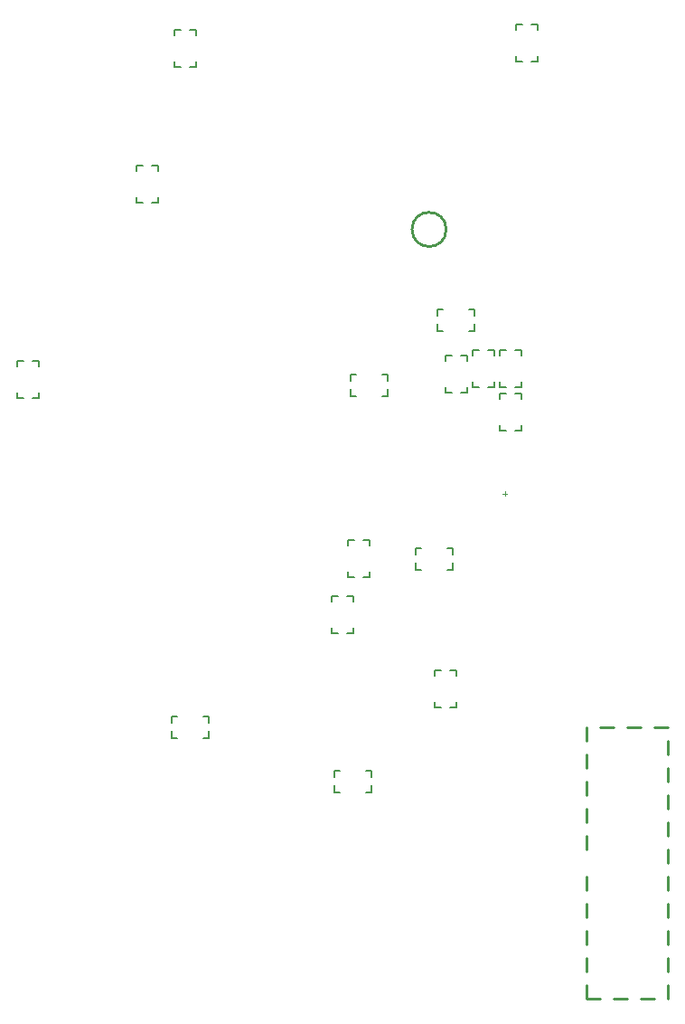
<source format=gm1>
%FSLAX24Y24*%
%MOIN*%
G70*
G01*
G75*
G04 Layer_Color=16711935*
%ADD10C,0.0060*%
%ADD11C,0.0100*%
%ADD12R,0.0374X0.0394*%
%ADD13R,0.0394X0.0374*%
%ADD14R,0.0870X0.0240*%
%ADD15R,0.2677X0.2717*%
%ADD16R,0.0374X0.0748*%
%ADD17R,0.0374X0.0945*%
%ADD18R,0.1299X0.0945*%
%ADD19R,0.0430X0.0390*%
%ADD20R,0.0492X0.0669*%
%ADD21R,0.0709X0.1417*%
%ADD22R,0.0620X0.0500*%
%ADD23R,0.0390X0.0430*%
%ADD24R,0.0354X0.0433*%
%ADD25R,0.1299X0.0945*%
%ADD26R,0.0433X0.0354*%
%ADD27R,0.0787X0.0787*%
%ADD28R,0.0787X0.0787*%
%ADD29O,0.0079X0.0295*%
%ADD30O,0.0295X0.0079*%
%ADD31R,0.0669X0.0492*%
%ADD32C,0.0080*%
%ADD33C,0.0200*%
%ADD34C,0.0300*%
%ADD35C,0.0050*%
%ADD36C,0.0039*%
%ADD37C,0.0600*%
%ADD38O,0.1000X0.0700*%
%ADD39R,0.4000X0.4300*%
%ADD40O,0.0700X0.1000*%
%ADD41R,0.0700X0.1000*%
%ADD42O,0.0700X0.1000*%
%ADD43R,0.0700X0.1000*%
%ADD44R,0.0700X0.1300*%
%ADD45O,0.0700X0.1300*%
%ADD46C,0.0800*%
%ADD47O,0.1300X0.0700*%
%ADD48R,0.1300X0.0700*%
%ADD49R,0.0394X0.0394*%
%ADD50C,0.0394*%
%ADD51C,0.0500*%
%ADD52C,0.0260*%
%ADD53C,0.0098*%
%ADD54C,0.0079*%
%ADD55C,0.0070*%
%ADD56R,0.0669X0.0669*%
%ADD57R,0.0669X0.0669*%
%ADD58R,0.0454X0.0474*%
%ADD59R,0.0474X0.0454*%
%ADD60R,0.0950X0.0320*%
%ADD61R,0.2757X0.2797*%
%ADD62R,0.0454X0.0828*%
%ADD63R,0.0454X0.1025*%
%ADD64R,0.1379X0.1025*%
%ADD65R,0.0510X0.0470*%
%ADD66R,0.0572X0.0749*%
%ADD67R,0.0789X0.1497*%
%ADD68R,0.0700X0.0580*%
%ADD69R,0.0470X0.0510*%
%ADD70R,0.0434X0.0513*%
%ADD71R,0.1379X0.1025*%
%ADD72R,0.0513X0.0434*%
%ADD73O,0.0159X0.0375*%
%ADD74O,0.0375X0.0159*%
%ADD75R,0.0749X0.0572*%
%ADD76C,0.1650*%
%ADD77O,0.1080X0.0780*%
%ADD78R,0.4080X0.4380*%
%ADD79O,0.0780X0.1080*%
%ADD80R,0.0780X0.1080*%
%ADD81O,0.0780X0.1080*%
%ADD82R,0.0780X0.1080*%
%ADD83R,0.0780X0.1380*%
%ADD84O,0.0780X0.1380*%
%ADD85C,0.0880*%
%ADD86O,0.1380X0.0780*%
%ADD87R,0.1380X0.0780*%
%ADD88R,0.0474X0.0474*%
%ADD89C,0.0474*%
%ADD90C,0.0580*%
%ADD91C,0.0340*%
D11*
X-6770Y29920D02*
G03*
X-6770Y29920I-630J0D01*
G01*
X-1600Y2590D02*
Y3090D01*
Y1590D02*
X-1100D01*
X-1600D02*
Y2090D01*
Y5590D02*
Y6090D01*
Y4590D02*
Y5090D01*
Y8090D02*
Y8590D01*
Y7090D02*
Y7590D01*
Y11090D02*
Y11590D01*
Y10090D02*
Y10590D01*
X1400Y2590D02*
Y3090D01*
Y1590D02*
Y2090D01*
X400Y1590D02*
X900D01*
X1400Y5590D02*
Y6090D01*
Y4590D02*
Y5090D01*
Y8590D02*
Y9090D01*
Y7590D02*
Y8090D01*
X900Y11590D02*
X1400D01*
X-100D02*
X400D01*
X1400Y10590D02*
Y11090D01*
X-1600Y3590D02*
Y4090D01*
Y9090D02*
Y9590D01*
X1400Y3590D02*
Y4090D01*
Y6590D02*
Y7090D01*
Y9590D02*
Y10090D01*
X-600Y1590D02*
X-100D01*
X-1100Y11590D02*
X-600D01*
X-6770Y29920D02*
G03*
X-6770Y29920I-630J0D01*
G01*
X-1600Y2590D02*
Y3090D01*
Y1590D02*
X-1100D01*
X-1600D02*
Y2090D01*
Y5590D02*
Y6090D01*
Y4590D02*
Y5090D01*
Y8090D02*
Y8590D01*
Y7090D02*
Y7590D01*
Y11090D02*
Y11590D01*
Y10090D02*
Y10590D01*
X1400Y2590D02*
Y3090D01*
Y1590D02*
Y2090D01*
X400Y1590D02*
X900D01*
X1400Y5590D02*
Y6090D01*
Y4590D02*
Y5090D01*
Y8590D02*
Y9090D01*
Y7590D02*
Y8090D01*
X900Y11590D02*
X1400D01*
X-100D02*
X400D01*
X1400Y10590D02*
Y11090D01*
X-1600Y3590D02*
Y4090D01*
Y9090D02*
Y9590D01*
X1400Y3590D02*
Y4090D01*
Y6590D02*
Y7090D01*
Y9590D02*
Y10090D01*
X-600Y1590D02*
X-100D01*
X-1100Y11590D02*
X-600D01*
D35*
X-3400Y36110D02*
Y36310D01*
X-3640Y36110D02*
X-3400D01*
X-4200D02*
Y36310D01*
Y36110D02*
X-3960D01*
X-3400Y37270D02*
Y37470D01*
X-3640D02*
X-3400D01*
X-4200Y37270D02*
Y37470D01*
X-3960D01*
X-10880Y9190D02*
X-10680D01*
X-10880D02*
Y9430D01*
Y9990D02*
X-10680D01*
X-10880Y9750D02*
Y9990D01*
X-9720Y9190D02*
X-9520D01*
Y9430D01*
X-9720Y9990D02*
X-9520D01*
Y9750D02*
Y9990D01*
X-16880Y11190D02*
X-16680D01*
X-16880D02*
Y11430D01*
Y11990D02*
X-16680D01*
X-16880Y11750D02*
Y11990D01*
X-15720Y11190D02*
X-15520D01*
Y11430D01*
X-15720Y11990D02*
X-15520D01*
Y11750D02*
Y11990D01*
X-7080Y26190D02*
X-6880D01*
X-7080D02*
Y26430D01*
Y26990D02*
X-6880D01*
X-7080Y26750D02*
Y26990D01*
X-5920Y26190D02*
X-5720D01*
Y26430D01*
X-5920Y26990D02*
X-5720D01*
Y26750D02*
Y26990D01*
X-6000Y23910D02*
Y24110D01*
X-6240Y23910D02*
X-6000D01*
X-6800D02*
Y24110D01*
Y23910D02*
X-6560D01*
X-6000Y25070D02*
Y25270D01*
X-6240D02*
X-6000D01*
X-6800Y25070D02*
Y25270D01*
X-6560D01*
X-6400Y12310D02*
Y12510D01*
X-6640Y12310D02*
X-6400D01*
X-7200D02*
Y12510D01*
Y12310D02*
X-6960D01*
X-6400Y13470D02*
Y13670D01*
X-6640D02*
X-6400D01*
X-7200Y13470D02*
Y13670D01*
X-6960D01*
X-4000Y22510D02*
Y22710D01*
X-4240Y22510D02*
X-4000D01*
X-4800D02*
Y22710D01*
Y22510D02*
X-4560D01*
X-4000Y23670D02*
Y23870D01*
X-4240D02*
X-4000D01*
X-4800Y23670D02*
Y23870D01*
X-4560D01*
X-4800Y25270D02*
Y25470D01*
X-4560D01*
X-4000Y25270D02*
Y25470D01*
X-4240D02*
X-4000D01*
X-4800Y24110D02*
Y24310D01*
Y24110D02*
X-4560D01*
X-4000D02*
Y24310D01*
X-4240Y24110D02*
X-4000D01*
X-10200Y15050D02*
Y15250D01*
X-10440Y15050D02*
X-10200D01*
X-11000D02*
Y15250D01*
Y15050D02*
X-10760D01*
X-10200Y16210D02*
Y16410D01*
X-10440D02*
X-10200D01*
X-11000Y16210D02*
Y16410D01*
X-10760D01*
X-5000Y24110D02*
Y24310D01*
X-5240Y24110D02*
X-5000D01*
X-5800D02*
Y24310D01*
Y24110D02*
X-5560D01*
X-5000Y25270D02*
Y25470D01*
X-5240D02*
X-5000D01*
X-5800Y25270D02*
Y25470D01*
X-5560D01*
X-6720Y18190D02*
X-6520D01*
Y17950D02*
Y18190D01*
X-6720Y17390D02*
X-6520D01*
Y17630D01*
X-7880Y18190D02*
X-7680D01*
X-7880Y17950D02*
Y18190D01*
Y17390D02*
X-7680D01*
X-7880D02*
Y17630D01*
X-9600Y17110D02*
Y17310D01*
X-9840Y17110D02*
X-9600D01*
X-10400D02*
Y17310D01*
Y17110D02*
X-10160D01*
X-9600Y18270D02*
Y18470D01*
X-9840D02*
X-9600D01*
X-10400Y18270D02*
Y18470D01*
X-10160D01*
X-10280Y23790D02*
X-10080D01*
X-10280D02*
Y24030D01*
Y24590D02*
X-10080D01*
X-10280Y24350D02*
Y24590D01*
X-9120Y23790D02*
X-8920D01*
Y24030D01*
X-9120Y24590D02*
X-8920D01*
Y24350D02*
Y24590D01*
X-17400Y30910D02*
Y31110D01*
X-17640Y30910D02*
X-17400D01*
X-18200D02*
Y31110D01*
Y30910D02*
X-17960D01*
X-17400Y32070D02*
Y32270D01*
X-17640D02*
X-17400D01*
X-18200Y32070D02*
Y32270D01*
X-17960D01*
X-22600Y24870D02*
Y25070D01*
X-22360D01*
X-21800Y24870D02*
Y25070D01*
X-22040D02*
X-21800D01*
X-22600Y23710D02*
Y23910D01*
Y23710D02*
X-22360D01*
X-21800D02*
Y23910D01*
X-22040Y23710D02*
X-21800D01*
X-16800Y37270D02*
X-16560D01*
X-16800Y37070D02*
Y37270D01*
X-16240D02*
X-16000D01*
Y37070D02*
Y37270D01*
X-16800Y35910D02*
X-16560D01*
X-16800D02*
Y36110D01*
X-16240Y35910D02*
X-16000D01*
Y36110D01*
X-3400D02*
Y36310D01*
X-3640Y36110D02*
X-3400D01*
X-4200D02*
Y36310D01*
Y36110D02*
X-3960D01*
X-3400Y37270D02*
Y37470D01*
X-3640D02*
X-3400D01*
X-4200Y37270D02*
Y37470D01*
X-3960D01*
X-10880Y9190D02*
X-10680D01*
X-10880D02*
Y9430D01*
Y9990D02*
X-10680D01*
X-10880Y9750D02*
Y9990D01*
X-9720Y9190D02*
X-9520D01*
Y9430D01*
X-9720Y9990D02*
X-9520D01*
Y9750D02*
Y9990D01*
X-16880Y11190D02*
X-16680D01*
X-16880D02*
Y11430D01*
Y11990D02*
X-16680D01*
X-16880Y11750D02*
Y11990D01*
X-15720Y11190D02*
X-15520D01*
Y11430D01*
X-15720Y11990D02*
X-15520D01*
Y11750D02*
Y11990D01*
X-7080Y26190D02*
X-6880D01*
X-7080D02*
Y26430D01*
Y26990D02*
X-6880D01*
X-7080Y26750D02*
Y26990D01*
X-5920Y26190D02*
X-5720D01*
Y26430D01*
X-5920Y26990D02*
X-5720D01*
Y26750D02*
Y26990D01*
X-6000Y23910D02*
Y24110D01*
X-6240Y23910D02*
X-6000D01*
X-6800D02*
Y24110D01*
Y23910D02*
X-6560D01*
X-6000Y25070D02*
Y25270D01*
X-6240D02*
X-6000D01*
X-6800Y25070D02*
Y25270D01*
X-6560D01*
X-6400Y12310D02*
Y12510D01*
X-6640Y12310D02*
X-6400D01*
X-7200D02*
Y12510D01*
Y12310D02*
X-6960D01*
X-6400Y13470D02*
Y13670D01*
X-6640D02*
X-6400D01*
X-7200Y13470D02*
Y13670D01*
X-6960D01*
X-4000Y22510D02*
Y22710D01*
X-4240Y22510D02*
X-4000D01*
X-4800D02*
Y22710D01*
Y22510D02*
X-4560D01*
X-4000Y23670D02*
Y23870D01*
X-4240D02*
X-4000D01*
X-4800Y23670D02*
Y23870D01*
X-4560D01*
X-4800Y25270D02*
Y25470D01*
X-4560D01*
X-4000Y25270D02*
Y25470D01*
X-4240D02*
X-4000D01*
X-4800Y24110D02*
Y24310D01*
Y24110D02*
X-4560D01*
X-4000D02*
Y24310D01*
X-4240Y24110D02*
X-4000D01*
X-10200Y15050D02*
Y15250D01*
X-10440Y15050D02*
X-10200D01*
X-11000D02*
Y15250D01*
Y15050D02*
X-10760D01*
X-10200Y16210D02*
Y16410D01*
X-10440D02*
X-10200D01*
X-11000Y16210D02*
Y16410D01*
X-10760D01*
X-5000Y24110D02*
Y24310D01*
X-5240Y24110D02*
X-5000D01*
X-5800D02*
Y24310D01*
Y24110D02*
X-5560D01*
X-5000Y25270D02*
Y25470D01*
X-5240D02*
X-5000D01*
X-5800Y25270D02*
Y25470D01*
X-5560D01*
X-6720Y18190D02*
X-6520D01*
Y17950D02*
Y18190D01*
X-6720Y17390D02*
X-6520D01*
Y17630D01*
X-7880Y18190D02*
X-7680D01*
X-7880Y17950D02*
Y18190D01*
Y17390D02*
X-7680D01*
X-7880D02*
Y17630D01*
X-9600Y17110D02*
Y17310D01*
X-9840Y17110D02*
X-9600D01*
X-10400D02*
Y17310D01*
Y17110D02*
X-10160D01*
X-9600Y18270D02*
Y18470D01*
X-9840D02*
X-9600D01*
X-10400Y18270D02*
Y18470D01*
X-10160D01*
X-10280Y23790D02*
X-10080D01*
X-10280D02*
Y24030D01*
Y24590D02*
X-10080D01*
X-10280Y24350D02*
Y24590D01*
X-9120Y23790D02*
X-8920D01*
Y24030D01*
X-9120Y24590D02*
X-8920D01*
Y24350D02*
Y24590D01*
X-17400Y30910D02*
Y31110D01*
X-17640Y30910D02*
X-17400D01*
X-18200D02*
Y31110D01*
Y30910D02*
X-17960D01*
X-17400Y32070D02*
Y32270D01*
X-17640D02*
X-17400D01*
X-18200Y32070D02*
Y32270D01*
X-17960D01*
X-22600Y24870D02*
Y25070D01*
X-22360D01*
X-21800Y24870D02*
Y25070D01*
X-22040D02*
X-21800D01*
X-22600Y23710D02*
Y23910D01*
Y23710D02*
X-22360D01*
X-21800D02*
Y23910D01*
X-22040Y23710D02*
X-21800D01*
X-16800Y37270D02*
X-16560D01*
X-16800Y37070D02*
Y37270D01*
X-16240D02*
X-16000D01*
Y37070D02*
Y37270D01*
X-16800Y35910D02*
X-16560D01*
X-16800D02*
Y36110D01*
X-16240Y35910D02*
X-16000D01*
Y36110D01*
D36*
X-4679Y20190D02*
X-4521D01*
X-4600Y20111D02*
Y20269D01*
X-4679Y20190D02*
X-4521D01*
X-4600Y20111D02*
Y20269D01*
M02*

</source>
